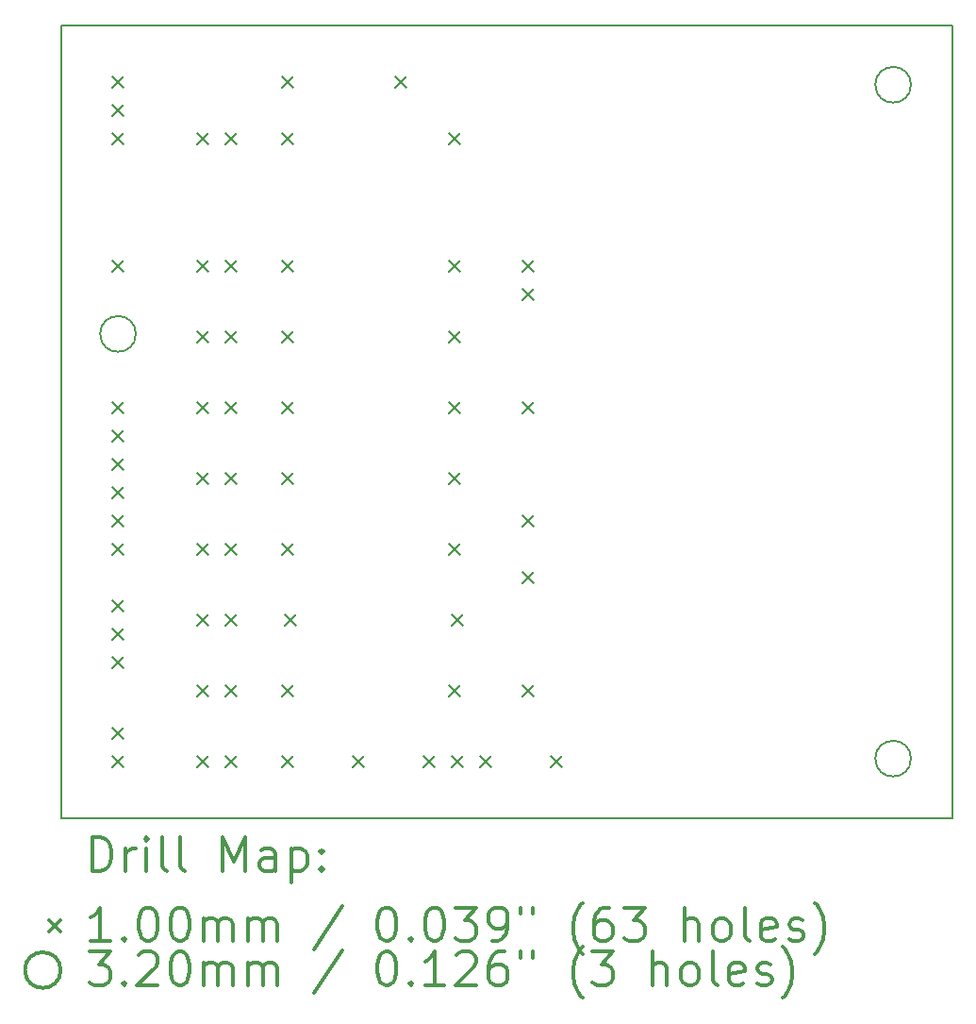
<source format=gbr>
%FSLAX45Y45*%
G04 Gerber Fmt 4.5, Leading zero omitted, Abs format (unit mm)*
G04 Created by KiCad (PCBNEW 5.1.5+dfsg1-2build2) date 2024-04-23 22:32:17*
%MOMM*%
%LPD*%
G04 APERTURE LIST*
%TA.AperFunction,Profile*%
%ADD10C,0.150000*%
%TD*%
%ADD11C,0.200000*%
%ADD12C,0.300000*%
G04 APERTURE END LIST*
D10*
X18516600Y-12928600D02*
X14833600Y-12928600D01*
X18516600Y-5816600D02*
X18516600Y-12928600D01*
X10515600Y-5816600D02*
X18516600Y-5816600D01*
X10515600Y-6324600D02*
X10515600Y-5816600D01*
X10515600Y-6324600D02*
X10515600Y-12928600D01*
X10515600Y-12928600D02*
X14833600Y-12928600D01*
X10515600Y-12420600D02*
X10515600Y-12928600D01*
D11*
X11735562Y-9195562D02*
X11835638Y-9295638D01*
X11835638Y-9195562D02*
X11735562Y-9295638D01*
X11989562Y-9195562D02*
X12089638Y-9295638D01*
X12089638Y-9195562D02*
X11989562Y-9295638D01*
X10973562Y-7925562D02*
X11073638Y-8025638D01*
X11073638Y-7925562D02*
X10973562Y-8025638D01*
X12497562Y-9195562D02*
X12597638Y-9295638D01*
X12597638Y-9195562D02*
X12497562Y-9295638D01*
X13997562Y-9195562D02*
X14097638Y-9295638D01*
X14097638Y-9195562D02*
X13997562Y-9295638D01*
X14656816Y-10719562D02*
X14756892Y-10819638D01*
X14756892Y-10719562D02*
X14656816Y-10819638D01*
X14656816Y-11735562D02*
X14756892Y-11835638D01*
X14756892Y-11735562D02*
X14656816Y-11835638D01*
X10973562Y-12116562D02*
X11073638Y-12216638D01*
X11073638Y-12116562D02*
X10973562Y-12216638D01*
X10973562Y-12370562D02*
X11073638Y-12470638D01*
X11073638Y-12370562D02*
X10973562Y-12470638D01*
X14656562Y-7925562D02*
X14756638Y-8025638D01*
X14756638Y-7925562D02*
X14656562Y-8025638D01*
X14656562Y-8179562D02*
X14756638Y-8279638D01*
X14756638Y-8179562D02*
X14656562Y-8279638D01*
X12497562Y-6782562D02*
X12597638Y-6882638D01*
X12597638Y-6782562D02*
X12497562Y-6882638D01*
X13997562Y-6782562D02*
X14097638Y-6882638D01*
X14097638Y-6782562D02*
X13997562Y-6882638D01*
X11735562Y-12370562D02*
X11835638Y-12470638D01*
X11835638Y-12370562D02*
X11735562Y-12470638D01*
X11989562Y-12370562D02*
X12089638Y-12470638D01*
X12089638Y-12370562D02*
X11989562Y-12470638D01*
X10973562Y-6274562D02*
X11073638Y-6374638D01*
X11073638Y-6274562D02*
X10973562Y-6374638D01*
X10973562Y-6528562D02*
X11073638Y-6628638D01*
X11073638Y-6528562D02*
X10973562Y-6628638D01*
X10973562Y-6782562D02*
X11073638Y-6882638D01*
X11073638Y-6782562D02*
X10973562Y-6882638D01*
X12521562Y-11100562D02*
X12621638Y-11200638D01*
X12621638Y-11100562D02*
X12521562Y-11200638D01*
X14021562Y-11100562D02*
X14121638Y-11200638D01*
X14121638Y-11100562D02*
X14021562Y-11200638D01*
X11735562Y-10465562D02*
X11835638Y-10565638D01*
X11835638Y-10465562D02*
X11735562Y-10565638D01*
X11989562Y-10465562D02*
X12089638Y-10565638D01*
X12089638Y-10465562D02*
X11989562Y-10565638D01*
X14910562Y-12370562D02*
X15010638Y-12470638D01*
X15010638Y-12370562D02*
X14910562Y-12470638D01*
X12497562Y-9830562D02*
X12597638Y-9930638D01*
X12597638Y-9830562D02*
X12497562Y-9930638D01*
X13997562Y-9830562D02*
X14097638Y-9930638D01*
X14097638Y-9830562D02*
X13997562Y-9930638D01*
X11735562Y-11735562D02*
X11835638Y-11835638D01*
X11835638Y-11735562D02*
X11735562Y-11835638D01*
X11989562Y-11735562D02*
X12089638Y-11835638D01*
X12089638Y-11735562D02*
X11989562Y-11835638D01*
X11735562Y-6782562D02*
X11835638Y-6882638D01*
X11835638Y-6782562D02*
X11735562Y-6882638D01*
X11989562Y-6782562D02*
X12089638Y-6882638D01*
X12089638Y-6782562D02*
X11989562Y-6882638D01*
X13767562Y-12370562D02*
X13867638Y-12470638D01*
X13867638Y-12370562D02*
X13767562Y-12470638D01*
X14021562Y-12370562D02*
X14121638Y-12470638D01*
X14121638Y-12370562D02*
X14021562Y-12470638D01*
X14275562Y-12370562D02*
X14375638Y-12470638D01*
X14375638Y-12370562D02*
X14275562Y-12470638D01*
X10973562Y-9195562D02*
X11073638Y-9295638D01*
X11073638Y-9195562D02*
X10973562Y-9295638D01*
X10973562Y-9449562D02*
X11073638Y-9549638D01*
X11073638Y-9449562D02*
X10973562Y-9549638D01*
X10973562Y-9703562D02*
X11073638Y-9803638D01*
X11073638Y-9703562D02*
X10973562Y-9803638D01*
X10973562Y-9957562D02*
X11073638Y-10057638D01*
X11073638Y-9957562D02*
X10973562Y-10057638D01*
X10973562Y-10211562D02*
X11073638Y-10311638D01*
X11073638Y-10211562D02*
X10973562Y-10311638D01*
X10973562Y-10465562D02*
X11073638Y-10565638D01*
X11073638Y-10465562D02*
X10973562Y-10565638D01*
X12497562Y-11735562D02*
X12597638Y-11835638D01*
X12597638Y-11735562D02*
X12497562Y-11835638D01*
X13997562Y-11735562D02*
X14097638Y-11835638D01*
X14097638Y-11735562D02*
X13997562Y-11835638D01*
X11735562Y-8560562D02*
X11835638Y-8660638D01*
X11835638Y-8560562D02*
X11735562Y-8660638D01*
X11989562Y-8560562D02*
X12089638Y-8660638D01*
X12089638Y-8560562D02*
X11989562Y-8660638D01*
X12497562Y-10465562D02*
X12597638Y-10565638D01*
X12597638Y-10465562D02*
X12497562Y-10565638D01*
X13997562Y-10465562D02*
X14097638Y-10565638D01*
X14097638Y-10465562D02*
X13997562Y-10565638D01*
X11735562Y-9830562D02*
X11835638Y-9930638D01*
X11835638Y-9830562D02*
X11735562Y-9930638D01*
X11989562Y-9830562D02*
X12089638Y-9930638D01*
X12089638Y-9830562D02*
X11989562Y-9930638D01*
X11735562Y-11100562D02*
X11835638Y-11200638D01*
X11835638Y-11100562D02*
X11735562Y-11200638D01*
X11989562Y-11100562D02*
X12089638Y-11200638D01*
X12089638Y-11100562D02*
X11989562Y-11200638D01*
X13132562Y-12370562D02*
X13232638Y-12470638D01*
X13232638Y-12370562D02*
X13132562Y-12470638D01*
X14656308Y-9195562D02*
X14756384Y-9295638D01*
X14756384Y-9195562D02*
X14656308Y-9295638D01*
X14656308Y-10211562D02*
X14756384Y-10311638D01*
X14756384Y-10211562D02*
X14656308Y-10311638D01*
X12497562Y-7925562D02*
X12597638Y-8025638D01*
X12597638Y-7925562D02*
X12497562Y-8025638D01*
X13997562Y-7925562D02*
X14097638Y-8025638D01*
X14097638Y-7925562D02*
X13997562Y-8025638D01*
X12497562Y-8560562D02*
X12597638Y-8660638D01*
X12597638Y-8560562D02*
X12497562Y-8660638D01*
X13997562Y-8560562D02*
X14097638Y-8660638D01*
X14097638Y-8560562D02*
X13997562Y-8660638D01*
X12497562Y-6274816D02*
X12597638Y-6374892D01*
X12597638Y-6274816D02*
X12497562Y-6374892D01*
X13513562Y-6274816D02*
X13613638Y-6374892D01*
X13613638Y-6274816D02*
X13513562Y-6374892D01*
X11735562Y-7925562D02*
X11835638Y-8025638D01*
X11835638Y-7925562D02*
X11735562Y-8025638D01*
X11989562Y-7925562D02*
X12089638Y-8025638D01*
X12089638Y-7925562D02*
X11989562Y-8025638D01*
X12497562Y-12370562D02*
X12597638Y-12470638D01*
X12597638Y-12370562D02*
X12497562Y-12470638D01*
X10973562Y-10973562D02*
X11073638Y-11073638D01*
X11073638Y-10973562D02*
X10973562Y-11073638D01*
X10973562Y-11227562D02*
X11073638Y-11327638D01*
X11073638Y-11227562D02*
X10973562Y-11327638D01*
X10973562Y-11481562D02*
X11073638Y-11581638D01*
X11073638Y-11481562D02*
X10973562Y-11581638D01*
X18143200Y-12395200D02*
G75*
G03X18143200Y-12395200I-160000J0D01*
G01*
X11183600Y-8585200D02*
G75*
G03X11183600Y-8585200I-160000J0D01*
G01*
X18143200Y-6350000D02*
G75*
G03X18143200Y-6350000I-160000J0D01*
G01*
D12*
X10794528Y-13401814D02*
X10794528Y-13101814D01*
X10865957Y-13101814D01*
X10908814Y-13116100D01*
X10937386Y-13144671D01*
X10951671Y-13173243D01*
X10965957Y-13230386D01*
X10965957Y-13273243D01*
X10951671Y-13330386D01*
X10937386Y-13358957D01*
X10908814Y-13387529D01*
X10865957Y-13401814D01*
X10794528Y-13401814D01*
X11094528Y-13401814D02*
X11094528Y-13201814D01*
X11094528Y-13258957D02*
X11108814Y-13230386D01*
X11123100Y-13216100D01*
X11151671Y-13201814D01*
X11180243Y-13201814D01*
X11280243Y-13401814D02*
X11280243Y-13201814D01*
X11280243Y-13101814D02*
X11265957Y-13116100D01*
X11280243Y-13130386D01*
X11294528Y-13116100D01*
X11280243Y-13101814D01*
X11280243Y-13130386D01*
X11465957Y-13401814D02*
X11437386Y-13387529D01*
X11423100Y-13358957D01*
X11423100Y-13101814D01*
X11623100Y-13401814D02*
X11594528Y-13387529D01*
X11580243Y-13358957D01*
X11580243Y-13101814D01*
X11965957Y-13401814D02*
X11965957Y-13101814D01*
X12065957Y-13316100D01*
X12165957Y-13101814D01*
X12165957Y-13401814D01*
X12437386Y-13401814D02*
X12437386Y-13244671D01*
X12423100Y-13216100D01*
X12394528Y-13201814D01*
X12337386Y-13201814D01*
X12308814Y-13216100D01*
X12437386Y-13387529D02*
X12408814Y-13401814D01*
X12337386Y-13401814D01*
X12308814Y-13387529D01*
X12294528Y-13358957D01*
X12294528Y-13330386D01*
X12308814Y-13301814D01*
X12337386Y-13287529D01*
X12408814Y-13287529D01*
X12437386Y-13273243D01*
X12580243Y-13201814D02*
X12580243Y-13501814D01*
X12580243Y-13216100D02*
X12608814Y-13201814D01*
X12665957Y-13201814D01*
X12694528Y-13216100D01*
X12708814Y-13230386D01*
X12723100Y-13258957D01*
X12723100Y-13344671D01*
X12708814Y-13373243D01*
X12694528Y-13387529D01*
X12665957Y-13401814D01*
X12608814Y-13401814D01*
X12580243Y-13387529D01*
X12851671Y-13373243D02*
X12865957Y-13387529D01*
X12851671Y-13401814D01*
X12837386Y-13387529D01*
X12851671Y-13373243D01*
X12851671Y-13401814D01*
X12851671Y-13216100D02*
X12865957Y-13230386D01*
X12851671Y-13244671D01*
X12837386Y-13230386D01*
X12851671Y-13216100D01*
X12851671Y-13244671D01*
X10408024Y-13846062D02*
X10508100Y-13946138D01*
X10508100Y-13846062D02*
X10408024Y-13946138D01*
X10951671Y-14031814D02*
X10780243Y-14031814D01*
X10865957Y-14031814D02*
X10865957Y-13731814D01*
X10837386Y-13774671D01*
X10808814Y-13803243D01*
X10780243Y-13817529D01*
X11080243Y-14003243D02*
X11094528Y-14017529D01*
X11080243Y-14031814D01*
X11065957Y-14017529D01*
X11080243Y-14003243D01*
X11080243Y-14031814D01*
X11280243Y-13731814D02*
X11308814Y-13731814D01*
X11337386Y-13746100D01*
X11351671Y-13760386D01*
X11365957Y-13788957D01*
X11380243Y-13846100D01*
X11380243Y-13917529D01*
X11365957Y-13974671D01*
X11351671Y-14003243D01*
X11337386Y-14017529D01*
X11308814Y-14031814D01*
X11280243Y-14031814D01*
X11251671Y-14017529D01*
X11237386Y-14003243D01*
X11223100Y-13974671D01*
X11208814Y-13917529D01*
X11208814Y-13846100D01*
X11223100Y-13788957D01*
X11237386Y-13760386D01*
X11251671Y-13746100D01*
X11280243Y-13731814D01*
X11565957Y-13731814D02*
X11594528Y-13731814D01*
X11623100Y-13746100D01*
X11637386Y-13760386D01*
X11651671Y-13788957D01*
X11665957Y-13846100D01*
X11665957Y-13917529D01*
X11651671Y-13974671D01*
X11637386Y-14003243D01*
X11623100Y-14017529D01*
X11594528Y-14031814D01*
X11565957Y-14031814D01*
X11537386Y-14017529D01*
X11523100Y-14003243D01*
X11508814Y-13974671D01*
X11494528Y-13917529D01*
X11494528Y-13846100D01*
X11508814Y-13788957D01*
X11523100Y-13760386D01*
X11537386Y-13746100D01*
X11565957Y-13731814D01*
X11794528Y-14031814D02*
X11794528Y-13831814D01*
X11794528Y-13860386D02*
X11808814Y-13846100D01*
X11837386Y-13831814D01*
X11880243Y-13831814D01*
X11908814Y-13846100D01*
X11923100Y-13874671D01*
X11923100Y-14031814D01*
X11923100Y-13874671D02*
X11937386Y-13846100D01*
X11965957Y-13831814D01*
X12008814Y-13831814D01*
X12037386Y-13846100D01*
X12051671Y-13874671D01*
X12051671Y-14031814D01*
X12194528Y-14031814D02*
X12194528Y-13831814D01*
X12194528Y-13860386D02*
X12208814Y-13846100D01*
X12237386Y-13831814D01*
X12280243Y-13831814D01*
X12308814Y-13846100D01*
X12323100Y-13874671D01*
X12323100Y-14031814D01*
X12323100Y-13874671D02*
X12337386Y-13846100D01*
X12365957Y-13831814D01*
X12408814Y-13831814D01*
X12437386Y-13846100D01*
X12451671Y-13874671D01*
X12451671Y-14031814D01*
X13037386Y-13717529D02*
X12780243Y-14103243D01*
X13423100Y-13731814D02*
X13451671Y-13731814D01*
X13480243Y-13746100D01*
X13494528Y-13760386D01*
X13508814Y-13788957D01*
X13523100Y-13846100D01*
X13523100Y-13917529D01*
X13508814Y-13974671D01*
X13494528Y-14003243D01*
X13480243Y-14017529D01*
X13451671Y-14031814D01*
X13423100Y-14031814D01*
X13394528Y-14017529D01*
X13380243Y-14003243D01*
X13365957Y-13974671D01*
X13351671Y-13917529D01*
X13351671Y-13846100D01*
X13365957Y-13788957D01*
X13380243Y-13760386D01*
X13394528Y-13746100D01*
X13423100Y-13731814D01*
X13651671Y-14003243D02*
X13665957Y-14017529D01*
X13651671Y-14031814D01*
X13637386Y-14017529D01*
X13651671Y-14003243D01*
X13651671Y-14031814D01*
X13851671Y-13731814D02*
X13880243Y-13731814D01*
X13908814Y-13746100D01*
X13923100Y-13760386D01*
X13937386Y-13788957D01*
X13951671Y-13846100D01*
X13951671Y-13917529D01*
X13937386Y-13974671D01*
X13923100Y-14003243D01*
X13908814Y-14017529D01*
X13880243Y-14031814D01*
X13851671Y-14031814D01*
X13823100Y-14017529D01*
X13808814Y-14003243D01*
X13794528Y-13974671D01*
X13780243Y-13917529D01*
X13780243Y-13846100D01*
X13794528Y-13788957D01*
X13808814Y-13760386D01*
X13823100Y-13746100D01*
X13851671Y-13731814D01*
X14051671Y-13731814D02*
X14237386Y-13731814D01*
X14137386Y-13846100D01*
X14180243Y-13846100D01*
X14208814Y-13860386D01*
X14223100Y-13874671D01*
X14237386Y-13903243D01*
X14237386Y-13974671D01*
X14223100Y-14003243D01*
X14208814Y-14017529D01*
X14180243Y-14031814D01*
X14094528Y-14031814D01*
X14065957Y-14017529D01*
X14051671Y-14003243D01*
X14380243Y-14031814D02*
X14437386Y-14031814D01*
X14465957Y-14017529D01*
X14480243Y-14003243D01*
X14508814Y-13960386D01*
X14523100Y-13903243D01*
X14523100Y-13788957D01*
X14508814Y-13760386D01*
X14494528Y-13746100D01*
X14465957Y-13731814D01*
X14408814Y-13731814D01*
X14380243Y-13746100D01*
X14365957Y-13760386D01*
X14351671Y-13788957D01*
X14351671Y-13860386D01*
X14365957Y-13888957D01*
X14380243Y-13903243D01*
X14408814Y-13917529D01*
X14465957Y-13917529D01*
X14494528Y-13903243D01*
X14508814Y-13888957D01*
X14523100Y-13860386D01*
X14637386Y-13731814D02*
X14637386Y-13788957D01*
X14751671Y-13731814D02*
X14751671Y-13788957D01*
X15194528Y-14146100D02*
X15180243Y-14131814D01*
X15151671Y-14088957D01*
X15137386Y-14060386D01*
X15123100Y-14017529D01*
X15108814Y-13946100D01*
X15108814Y-13888957D01*
X15123100Y-13817529D01*
X15137386Y-13774671D01*
X15151671Y-13746100D01*
X15180243Y-13703243D01*
X15194528Y-13688957D01*
X15437386Y-13731814D02*
X15380243Y-13731814D01*
X15351671Y-13746100D01*
X15337386Y-13760386D01*
X15308814Y-13803243D01*
X15294528Y-13860386D01*
X15294528Y-13974671D01*
X15308814Y-14003243D01*
X15323100Y-14017529D01*
X15351671Y-14031814D01*
X15408814Y-14031814D01*
X15437386Y-14017529D01*
X15451671Y-14003243D01*
X15465957Y-13974671D01*
X15465957Y-13903243D01*
X15451671Y-13874671D01*
X15437386Y-13860386D01*
X15408814Y-13846100D01*
X15351671Y-13846100D01*
X15323100Y-13860386D01*
X15308814Y-13874671D01*
X15294528Y-13903243D01*
X15565957Y-13731814D02*
X15751671Y-13731814D01*
X15651671Y-13846100D01*
X15694528Y-13846100D01*
X15723100Y-13860386D01*
X15737386Y-13874671D01*
X15751671Y-13903243D01*
X15751671Y-13974671D01*
X15737386Y-14003243D01*
X15723100Y-14017529D01*
X15694528Y-14031814D01*
X15608814Y-14031814D01*
X15580243Y-14017529D01*
X15565957Y-14003243D01*
X16108814Y-14031814D02*
X16108814Y-13731814D01*
X16237386Y-14031814D02*
X16237386Y-13874671D01*
X16223100Y-13846100D01*
X16194528Y-13831814D01*
X16151671Y-13831814D01*
X16123100Y-13846100D01*
X16108814Y-13860386D01*
X16423100Y-14031814D02*
X16394528Y-14017529D01*
X16380243Y-14003243D01*
X16365957Y-13974671D01*
X16365957Y-13888957D01*
X16380243Y-13860386D01*
X16394528Y-13846100D01*
X16423100Y-13831814D01*
X16465957Y-13831814D01*
X16494528Y-13846100D01*
X16508814Y-13860386D01*
X16523100Y-13888957D01*
X16523100Y-13974671D01*
X16508814Y-14003243D01*
X16494528Y-14017529D01*
X16465957Y-14031814D01*
X16423100Y-14031814D01*
X16694528Y-14031814D02*
X16665957Y-14017529D01*
X16651671Y-13988957D01*
X16651671Y-13731814D01*
X16923100Y-14017529D02*
X16894528Y-14031814D01*
X16837386Y-14031814D01*
X16808814Y-14017529D01*
X16794528Y-13988957D01*
X16794528Y-13874671D01*
X16808814Y-13846100D01*
X16837386Y-13831814D01*
X16894528Y-13831814D01*
X16923100Y-13846100D01*
X16937386Y-13874671D01*
X16937386Y-13903243D01*
X16794528Y-13931814D01*
X17051671Y-14017529D02*
X17080243Y-14031814D01*
X17137386Y-14031814D01*
X17165957Y-14017529D01*
X17180243Y-13988957D01*
X17180243Y-13974671D01*
X17165957Y-13946100D01*
X17137386Y-13931814D01*
X17094528Y-13931814D01*
X17065957Y-13917529D01*
X17051671Y-13888957D01*
X17051671Y-13874671D01*
X17065957Y-13846100D01*
X17094528Y-13831814D01*
X17137386Y-13831814D01*
X17165957Y-13846100D01*
X17280243Y-14146100D02*
X17294528Y-14131814D01*
X17323100Y-14088957D01*
X17337386Y-14060386D01*
X17351671Y-14017529D01*
X17365957Y-13946100D01*
X17365957Y-13888957D01*
X17351671Y-13817529D01*
X17337386Y-13774671D01*
X17323100Y-13746100D01*
X17294528Y-13703243D01*
X17280243Y-13688957D01*
X10508100Y-14292100D02*
G75*
G03X10508100Y-14292100I-160000J0D01*
G01*
X10765957Y-14127814D02*
X10951671Y-14127814D01*
X10851671Y-14242100D01*
X10894528Y-14242100D01*
X10923100Y-14256386D01*
X10937386Y-14270671D01*
X10951671Y-14299243D01*
X10951671Y-14370671D01*
X10937386Y-14399243D01*
X10923100Y-14413529D01*
X10894528Y-14427814D01*
X10808814Y-14427814D01*
X10780243Y-14413529D01*
X10765957Y-14399243D01*
X11080243Y-14399243D02*
X11094528Y-14413529D01*
X11080243Y-14427814D01*
X11065957Y-14413529D01*
X11080243Y-14399243D01*
X11080243Y-14427814D01*
X11208814Y-14156386D02*
X11223100Y-14142100D01*
X11251671Y-14127814D01*
X11323100Y-14127814D01*
X11351671Y-14142100D01*
X11365957Y-14156386D01*
X11380243Y-14184957D01*
X11380243Y-14213529D01*
X11365957Y-14256386D01*
X11194528Y-14427814D01*
X11380243Y-14427814D01*
X11565957Y-14127814D02*
X11594528Y-14127814D01*
X11623100Y-14142100D01*
X11637386Y-14156386D01*
X11651671Y-14184957D01*
X11665957Y-14242100D01*
X11665957Y-14313529D01*
X11651671Y-14370671D01*
X11637386Y-14399243D01*
X11623100Y-14413529D01*
X11594528Y-14427814D01*
X11565957Y-14427814D01*
X11537386Y-14413529D01*
X11523100Y-14399243D01*
X11508814Y-14370671D01*
X11494528Y-14313529D01*
X11494528Y-14242100D01*
X11508814Y-14184957D01*
X11523100Y-14156386D01*
X11537386Y-14142100D01*
X11565957Y-14127814D01*
X11794528Y-14427814D02*
X11794528Y-14227814D01*
X11794528Y-14256386D02*
X11808814Y-14242100D01*
X11837386Y-14227814D01*
X11880243Y-14227814D01*
X11908814Y-14242100D01*
X11923100Y-14270671D01*
X11923100Y-14427814D01*
X11923100Y-14270671D02*
X11937386Y-14242100D01*
X11965957Y-14227814D01*
X12008814Y-14227814D01*
X12037386Y-14242100D01*
X12051671Y-14270671D01*
X12051671Y-14427814D01*
X12194528Y-14427814D02*
X12194528Y-14227814D01*
X12194528Y-14256386D02*
X12208814Y-14242100D01*
X12237386Y-14227814D01*
X12280243Y-14227814D01*
X12308814Y-14242100D01*
X12323100Y-14270671D01*
X12323100Y-14427814D01*
X12323100Y-14270671D02*
X12337386Y-14242100D01*
X12365957Y-14227814D01*
X12408814Y-14227814D01*
X12437386Y-14242100D01*
X12451671Y-14270671D01*
X12451671Y-14427814D01*
X13037386Y-14113529D02*
X12780243Y-14499243D01*
X13423100Y-14127814D02*
X13451671Y-14127814D01*
X13480243Y-14142100D01*
X13494528Y-14156386D01*
X13508814Y-14184957D01*
X13523100Y-14242100D01*
X13523100Y-14313529D01*
X13508814Y-14370671D01*
X13494528Y-14399243D01*
X13480243Y-14413529D01*
X13451671Y-14427814D01*
X13423100Y-14427814D01*
X13394528Y-14413529D01*
X13380243Y-14399243D01*
X13365957Y-14370671D01*
X13351671Y-14313529D01*
X13351671Y-14242100D01*
X13365957Y-14184957D01*
X13380243Y-14156386D01*
X13394528Y-14142100D01*
X13423100Y-14127814D01*
X13651671Y-14399243D02*
X13665957Y-14413529D01*
X13651671Y-14427814D01*
X13637386Y-14413529D01*
X13651671Y-14399243D01*
X13651671Y-14427814D01*
X13951671Y-14427814D02*
X13780243Y-14427814D01*
X13865957Y-14427814D02*
X13865957Y-14127814D01*
X13837386Y-14170671D01*
X13808814Y-14199243D01*
X13780243Y-14213529D01*
X14065957Y-14156386D02*
X14080243Y-14142100D01*
X14108814Y-14127814D01*
X14180243Y-14127814D01*
X14208814Y-14142100D01*
X14223100Y-14156386D01*
X14237386Y-14184957D01*
X14237386Y-14213529D01*
X14223100Y-14256386D01*
X14051671Y-14427814D01*
X14237386Y-14427814D01*
X14494528Y-14127814D02*
X14437386Y-14127814D01*
X14408814Y-14142100D01*
X14394528Y-14156386D01*
X14365957Y-14199243D01*
X14351671Y-14256386D01*
X14351671Y-14370671D01*
X14365957Y-14399243D01*
X14380243Y-14413529D01*
X14408814Y-14427814D01*
X14465957Y-14427814D01*
X14494528Y-14413529D01*
X14508814Y-14399243D01*
X14523100Y-14370671D01*
X14523100Y-14299243D01*
X14508814Y-14270671D01*
X14494528Y-14256386D01*
X14465957Y-14242100D01*
X14408814Y-14242100D01*
X14380243Y-14256386D01*
X14365957Y-14270671D01*
X14351671Y-14299243D01*
X14637386Y-14127814D02*
X14637386Y-14184957D01*
X14751671Y-14127814D02*
X14751671Y-14184957D01*
X15194528Y-14542100D02*
X15180243Y-14527814D01*
X15151671Y-14484957D01*
X15137386Y-14456386D01*
X15123100Y-14413529D01*
X15108814Y-14342100D01*
X15108814Y-14284957D01*
X15123100Y-14213529D01*
X15137386Y-14170671D01*
X15151671Y-14142100D01*
X15180243Y-14099243D01*
X15194528Y-14084957D01*
X15280243Y-14127814D02*
X15465957Y-14127814D01*
X15365957Y-14242100D01*
X15408814Y-14242100D01*
X15437386Y-14256386D01*
X15451671Y-14270671D01*
X15465957Y-14299243D01*
X15465957Y-14370671D01*
X15451671Y-14399243D01*
X15437386Y-14413529D01*
X15408814Y-14427814D01*
X15323100Y-14427814D01*
X15294528Y-14413529D01*
X15280243Y-14399243D01*
X15823100Y-14427814D02*
X15823100Y-14127814D01*
X15951671Y-14427814D02*
X15951671Y-14270671D01*
X15937386Y-14242100D01*
X15908814Y-14227814D01*
X15865957Y-14227814D01*
X15837386Y-14242100D01*
X15823100Y-14256386D01*
X16137386Y-14427814D02*
X16108814Y-14413529D01*
X16094528Y-14399243D01*
X16080243Y-14370671D01*
X16080243Y-14284957D01*
X16094528Y-14256386D01*
X16108814Y-14242100D01*
X16137386Y-14227814D01*
X16180243Y-14227814D01*
X16208814Y-14242100D01*
X16223100Y-14256386D01*
X16237386Y-14284957D01*
X16237386Y-14370671D01*
X16223100Y-14399243D01*
X16208814Y-14413529D01*
X16180243Y-14427814D01*
X16137386Y-14427814D01*
X16408814Y-14427814D02*
X16380243Y-14413529D01*
X16365957Y-14384957D01*
X16365957Y-14127814D01*
X16637386Y-14413529D02*
X16608814Y-14427814D01*
X16551671Y-14427814D01*
X16523100Y-14413529D01*
X16508814Y-14384957D01*
X16508814Y-14270671D01*
X16523100Y-14242100D01*
X16551671Y-14227814D01*
X16608814Y-14227814D01*
X16637386Y-14242100D01*
X16651671Y-14270671D01*
X16651671Y-14299243D01*
X16508814Y-14327814D01*
X16765957Y-14413529D02*
X16794528Y-14427814D01*
X16851671Y-14427814D01*
X16880243Y-14413529D01*
X16894528Y-14384957D01*
X16894528Y-14370671D01*
X16880243Y-14342100D01*
X16851671Y-14327814D01*
X16808814Y-14327814D01*
X16780243Y-14313529D01*
X16765957Y-14284957D01*
X16765957Y-14270671D01*
X16780243Y-14242100D01*
X16808814Y-14227814D01*
X16851671Y-14227814D01*
X16880243Y-14242100D01*
X16994528Y-14542100D02*
X17008814Y-14527814D01*
X17037386Y-14484957D01*
X17051671Y-14456386D01*
X17065957Y-14413529D01*
X17080243Y-14342100D01*
X17080243Y-14284957D01*
X17065957Y-14213529D01*
X17051671Y-14170671D01*
X17037386Y-14142100D01*
X17008814Y-14099243D01*
X16994528Y-14084957D01*
M02*

</source>
